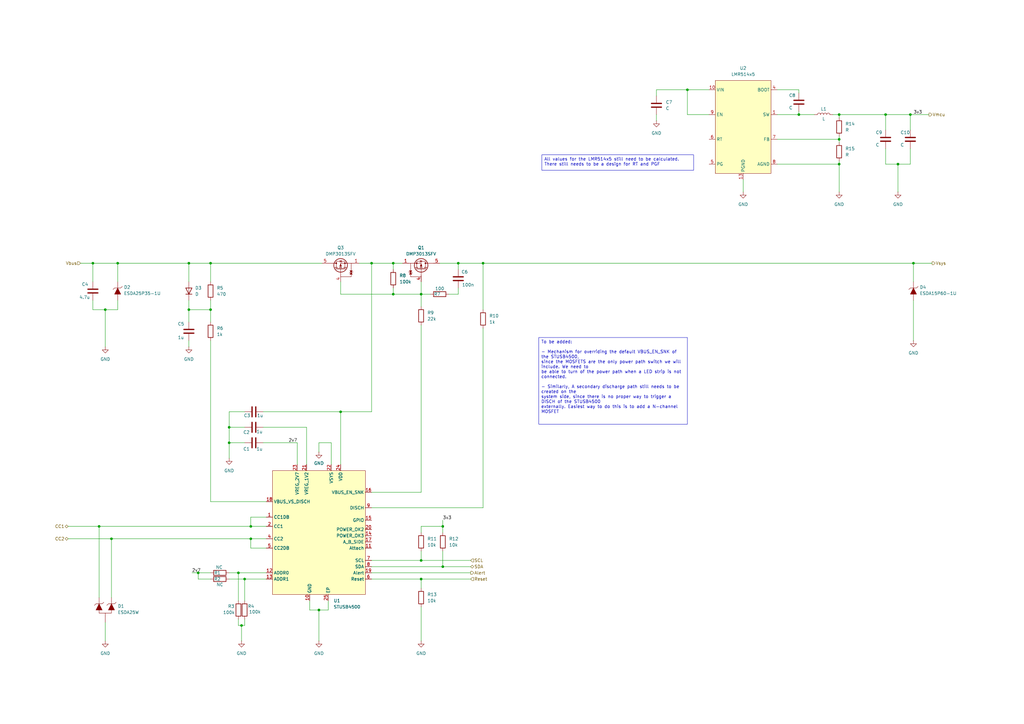
<source format=kicad_sch>
(kicad_sch (version 20231120) (generator "eeschema") (generator_version "8.0")
  (paper "A3")
  (lib_symbols
    (symbol "Device:C" (pin_numbers hide) (pin_names (offset 0.254))
      (property "Reference" "C" (at 0.635 2.54 0))
      (property "Value" "C" (at 0.635 -2.54 0))
      (symbol "C_0_1"
        (polyline (pts (xy -2.032 -0.762) (xy 2.032 -0.762)) (stroke (width 0.508)))
        (polyline (pts (xy -2.032 0.762) (xy 2.032 0.762)) (stroke (width 0.508)))
      )
      (symbol "C_1_1"
        (pin passive line (at 0 3.81 270) (length 2.794) (name "~") (number "1"))
        (pin passive line (at 0 -3.81 90) (length 2.794) (name "~") (number "2"))
      )
    )
    (symbol "Device:D" (pin_numbers hide) (pin_names (offset 1.016) hide)
      (property "Reference" "D" (at 0 2.54 0))
      (property "Value" "D" (at 0 -2.54 0))
      (symbol "D_0_1"
        (polyline (pts (xy -1.27 1.27) (xy -1.27 -1.27)) (stroke (width 0.254)))
        (polyline (pts (xy 1.27 0) (xy -1.27 0)))
        (polyline (pts (xy 1.27 1.27) (xy 1.27 -1.27) (xy -1.27 0) (xy 1.27 1.27)) (stroke (width 0.254)))
      )
      (symbol "D_1_1"
        (pin passive line (at -3.81 0 0) (length 2.54) (name "K") (number "1"))
        (pin passive line (at 3.81 0 180) (length 2.54) (name "A") (number "2"))
      )
    )
    (symbol "Device:L" (pin_numbers hide) (pin_names (offset 1.016) hide)
      (property "Reference" "L" (at -1.27 0 90))
      (property "Value" "L" (at 1.905 0 90))
      (symbol "L_0_1"
        (arc (start 0 -2.54) (mid 0.6323 -1.905) (end 0 -1.27))
        (arc (start 0 -1.27) (mid 0.6323 -0.635) (end 0 0))
        (arc (start 0 0) (mid 0.6323 0.635) (end 0 1.27))
        (arc (start 0 1.27) (mid 0.6323 1.905) (end 0 2.54))
      )
      (symbol "L_1_1"
        (pin passive line (at 0 3.81 270) (length 1.27) (name "1") (number "1"))
        (pin passive line (at 0 -3.81 90) (length 1.27) (name "2") (number "2"))
      )
    )
    (symbol "Device:R" (pin_numbers hide) (pin_names (offset 0))
      (property "Reference" "R" (at 2.032 0 90))
      (property "Value" "R" (at 0 0 90))
      (symbol "R_0_1"
        (rectangle (start -1.016 -2.54) (end 1.016 2.54) (stroke (width 0.254)))
      )
      (symbol "R_1_1"
        (pin passive line (at 0 3.81 270) (length 1.27) (name "~") (number "1"))
        (pin passive line (at 0 -3.81 90) (length 1.27) (name "~") (number "2"))
      )
    )
    (symbol "Pyllr_Converter_DCDC:LMR514x5"
      (property "Reference" "U" (at 0 2.54 0))
      (property "Value" "LMR514x5" (at 0.254 0.254 0))
      (symbol "LMR514x5_1_1"
        (rectangle (start -11.43 19.05) (end 11.43 -19.05) (fill (type background)))
        (pin power_out line (at 13.97 5.08 180) (length 2.54) (name "SW") (number "1"))
        (pin power_in line (at -13.97 15.24 0) (length 2.54) (name "VIN") (number "10"))
        (pin power_in line (at -13.97 15.24 0) (length 2.54) hide (name "VIN") (number "11"))
        (pin power_in line (at -13.97 15.24 0) (length 2.54) hide (name "VIN") (number "12"))
        (pin power_out line (at 0 -21.59 90) (length 2.54) (name "PGND") (number "13"))
        (pin power_out line (at 13.97 5.08 180) (length 2.54) hide (name "SW") (number "2"))
        (pin power_out line (at 13.97 5.08 180) (length 2.54) hide (name "SW") (number "3"))
        (pin passive line (at 13.97 15.24 180) (length 2.54) (name "BOOT") (number "4"))
        (pin open_collector line (at -13.97 -15.24 0) (length 2.54) (name "PG") (number "5"))
        (pin passive line (at -13.97 -5.08 0) (length 2.54) (name "RT") (number "6"))
        (pin passive line (at 13.97 -5.08 180) (length 2.54) (name "FB") (number "7"))
        (pin power_out line (at 13.97 -15.24 180) (length 2.54) (name "AGND") (number "8"))
        (pin input line (at -13.97 5.08 0) (length 2.54) (name "EN") (number "9"))
      )
    )
    (symbol "Pyllr_Interface_USB:STUSB4500QTR"
      (property "Reference" "U" (at 0.127 1.905 0))
      (property "Value" "STUSB4500" (at -0.127 -0.381 0))
      (symbol "STUSB4500QTR_1_1"
        (rectangle (start -19.05 25.4) (end 19.05 -25.4) (fill (type background)))
        (pin bidirectional line (at -21.59 6.35 0) (length 2.54) (name "CC1DB") (number "1"))
        (pin power_out line (at -3.81 -27.94 90) (length 2.54) (name "GND") (number "10"))
        (pin output line (at 21.59 -6.35 180) (length 2.54) (name "Attach") (number "11"))
        (pin input line (at -21.59 -16.51 0) (length 2.54) (name "ADDR0") (number "12"))
        (pin input line (at -21.59 -19.05 0) (length 2.54) (name "ADDR1") (number "13"))
        (pin output line (at 21.59 -1.27 180) (length 2.54) (name "POWER_OK3") (number "14"))
        (pin output line (at 21.59 5.08 180) (length 2.54) (name "GPIO") (number "15"))
        (pin open_collector line (at 21.59 16.51 180) (length 2.54) (name "VBUS_EN_SNK") (number "16"))
        (pin output line (at 21.59 -3.81 180) (length 2.54) (name "A_B_SIDE") (number "17"))
        (pin open_collector line (at -21.59 12.7 0) (length 2.54) (name "VBUS_VS_DISCH") (number "18"))
        (pin output line (at 21.59 -16.51 180) (length 2.54) (name "Alert") (number "19"))
        (pin bidirectional line (at -21.59 2.54 0) (length 2.54) (name "CC1") (number "2"))
        (pin output line (at 21.59 1.27 180) (length 2.54) (name "POWER_OK2") (number "20"))
        (pin power_out line (at -5.08 27.94 270) (length 2.54) (name "VREG_1V2") (number "21"))
        (pin power_in line (at 5.08 27.94 270) (length 2.54) (name "VSYS") (number "22"))
        (pin power_out line (at -8.89 27.94 270) (length 2.54) (name "VREG_2V7") (number "23"))
        (pin power_in line (at 8.89 27.94 270) (length 2.54) (name "VDD") (number "24"))
        (pin power_out line (at 3.81 -27.94 90) (length 2.54) (name "EP") (number "25"))
        (pin no_connect line (at 0 -27.94 90) (length 2.54) hide (name "NC") (number "3"))
        (pin bidirectional line (at -21.59 -2.54 0) (length 2.54) (name "CC2") (number "4"))
        (pin bidirectional line (at -21.59 -6.35 0) (length 2.54) (name "CC2DB") (number "5"))
        (pin input line (at 21.59 -19.05 180) (length 2.54) (name "Reset") (number "6"))
        (pin input line (at 21.59 -11.43 180) (length 2.54) (name "SCL") (number "7"))
        (pin bidirectional line (at 21.59 -13.97 180) (length 2.54) (name "SDA") (number "8"))
        (pin open_collector line (at 21.59 10.16 180) (length 2.54) (name "DISCH") (number "9"))
      )
    )
    (symbol "Pyllr_Power_Protection:ESDA25W" (pin_numbers hide) (pin_names hide)
      (property "Reference" "D" (at 5.842 -0.127 0))
      (property "Value" "ESDA25W" (at 9.652 -2.286 0))
      (symbol "ESDA25W_0_1"
        (polyline (pts (xy 0 -2.54) (xy 0 -3.81)))
        (polyline (pts (xy 2.54 -1.27) (xy 2.54 -2.54) (xy -2.54 -2.54) (xy -2.54 -1.27)))
      )
      (symbol "ESDA25W_1_1"
        (polyline (pts (xy -2.54 1.27) (xy -3.81 1.27) (xy -4.445 0.635)))
        (polyline (pts (xy -2.54 1.27) (xy -1.27 1.27) (xy -0.635 1.905)))
        (polyline (pts (xy 2.54 1.27) (xy 1.27 1.27) (xy 0.635 0.635)))
        (polyline (pts (xy 2.54 1.27) (xy 3.81 1.27) (xy 4.445 1.905)))
        (polyline (pts (xy -3.81 -1.27) (xy -1.27 -1.27) (xy -2.54 1.27) (xy -3.81 -1.27)) (fill (type outline)))
        (polyline (pts (xy 1.27 -1.27) (xy 3.81 -1.27) (xy 2.54 1.27) (xy 1.27 -1.27)) (fill (type outline)))
        (pin passive line (at 2.54 3.81 270) (length 2.54) (name "~") (number "1"))
        (pin passive line (at -2.54 3.81 270) (length 2.54) (name "~") (number "2"))
        (pin passive line (at 0 -6.35 90) (length 2.54) (name "~") (number "3"))
      )
    )
    (symbol "Pyllr_Power_Protection:ESDAxxPxx-1U" (pin_numbers hide) (pin_names hide)
      (property "Reference" "D" (at 3.683 1.27 0))
      (property "Value" "ESDAxxPxx-1U" (at 10.16 -1.143 0))
      (symbol "ESDAxxPxx-1U_1_1"
        (polyline (pts (xy 0 1.27) (xy -1.27 1.27) (xy -1.905 0.635)))
        (polyline (pts (xy 0 1.27) (xy 1.27 1.27) (xy 1.905 1.905)))
        (polyline (pts (xy -1.27 -1.27) (xy 1.27 -1.27) (xy 0 1.27) (xy -1.27 -1.27)) (fill (type outline)))
        (pin passive line (at 0 3.81 270) (length 2.54) (name "~") (number "1"))
        (pin passive line (at 0 -3.81 90) (length 2.54) (name "~") (number "2"))
      )
    )
    (symbol "Pyllr_Transistor_FET:DMP3013SFV"
      (property "Reference" "Q" (at 3.302 0.508 0))
      (property "Value" "DMP3013SFV" (at 8.89 -1.778 0))
      (symbol "DMP3013SFV_0_1"
        (circle (center -0.889 0) (radius 2.794) (stroke (width 0.254)))
        (circle (center 0 -1.778) (radius 0.254) (fill (type outline)))
        (polyline (pts (xy -2.286 0) (xy -5.08 0)))
        (polyline (pts (xy -2.286 1.905) (xy -2.286 -1.905)) (stroke (width 0.254)))
        (polyline (pts (xy -1.778 -1.27) (xy -1.778 -2.286)) (stroke (width 0.254)))
        (polyline (pts (xy -1.778 0.508) (xy -1.778 -0.508)) (stroke (width 0.254)))
        (polyline (pts (xy -1.778 2.286) (xy -1.778 1.27)) (stroke (width 0.254)))
        (polyline (pts (xy 0 -1.905) (xy 0 -5.08)))
        (polyline (pts (xy 0 2.54) (xy 0 1.778)))
        (polyline (pts (xy 0 5.08) (xy 0 1.905)))
        (polyline (pts (xy 0 -2.54) (xy 0 0) (xy -1.778 0)))
        (polyline (pts (xy -1.778 1.778) (xy 0.762 1.778) (xy 0.762 -1.778) (xy -1.778 -1.778)))
        (polyline (pts (xy -0.254 0) (xy -1.27 0.381) (xy -1.27 -0.381) (xy -0.254 0)) (fill (type outline)))
        (polyline (pts (xy 0.254 -0.508) (xy 0.381 -0.381) (xy 1.143 -0.381) (xy 1.27 -0.254)))
        (polyline (pts (xy 0.762 -0.381) (xy 0.381 0.254) (xy 1.143 0.254) (xy 0.762 -0.381)))
        (circle (center 0 1.778) (radius 0.254) (fill (type outline)))
      )
      (symbol "DMP3013SFV_1_1"
        (polyline (pts (xy -3.048 -4.318) (xy 0 -4.318)))
        (polyline (pts (xy -4.572 -4.318) (xy -5.588 -4.318) (xy -5.588 0)))
        (polyline (pts (xy -3.81 -4.318) (xy -3.81 -4.826) (xy -3.556 -5.08)))
        (polyline (pts (xy -3.81 -4.318) (xy -3.81 -3.81) (xy -4.064 -3.556)))
        (polyline (pts (xy -3.81 -4.318) (xy -4.572 -3.81) (xy -4.572 -4.826) (xy -3.81 -4.318)) (fill (type outline)))
        (polyline (pts (xy -3.81 -4.318) (xy -3.048 -4.826) (xy -3.048 -3.81) (xy -3.81 -4.318)) (fill (type outline)))
        (pin passive line (at 0 -7.62 90) (length 2.54) (name "~") (number "1"))
        (pin passive line (at 0 -7.62 90) (length 2.54) hide (name "~") (number "2"))
        (pin passive line (at 0 -7.62 90) (length 2.54) hide (name "~") (number "3"))
        (pin input line (at -7.62 0 0) (length 2.54) (name "~") (number "4"))
        (pin passive line (at 0 7.62 270) (length 2.54) (name "~") (number "5"))
      )
    )
    (symbol "power:GND" (power) (pin_numbers hide) (pin_names (offset 0) hide)
      (property "Value" "GND" (at 0 -3.81 0))
      (symbol "GND_0_1"
        (polyline (pts (xy 0 0) (xy 0 -1.27) (xy 1.27 -1.27) (xy 0 -2.54) (xy -1.27 -1.27) (xy 0 -1.27)))
      )
      (symbol "GND_1_1"
        (pin power_in line (at 0 0 270) (length 0) (name "~") (number "1"))
      )
    )
  )
  (junction (at 86.36 127))
  (junction (at 281.94 36.83))
  (junction (at 48.26 107.95))
  (junction (at 93.98 181.61))
  (junction (at 187.96 107.95))
  (junction (at 181.61 232.41))
  (junction (at 161.29 107.95))
  (junction (at 327.66 46.99))
  (junction (at 40.64 215.9))
  (junction (at 373.38 46.99))
  (junction (at 152.4 107.95))
  (junction (at 38.1 107.95))
  (junction (at 100.33 237.49))
  (junction (at 172.72 237.49))
  (junction (at 93.98 175.26))
  (junction (at 139.7 168.91))
  (junction (at 198.12 107.95))
  (junction (at 81.28 234.95))
  (junction (at 77.47 127))
  (junction (at 130.81 250.19))
  (junction (at 344.17 67.31))
  (junction (at 181.61 215.9))
  (junction (at 172.72 229.87))
  (junction (at 86.36 107.95))
  (junction (at 363.22 46.99))
  (junction (at 344.17 46.99))
  (junction (at 45.72 220.98))
  (junction (at 77.47 107.95))
  (junction (at 344.17 57.15))
  (junction (at 172.72 120.65))
  (junction (at 102.87 220.98))
  (junction (at 43.18 127))
  (junction (at 161.29 120.65))
  (junction (at 99.06 256.54))
  (junction (at 374.65 107.95))
  (junction (at 368.3 67.31))
  (junction (at 102.87 215.9))
  (junction (at 97.79 234.95))
  (wire (pts (xy 152.4 237.49) (xy 172.72 237.49)))
  (wire (pts (xy 374.65 123.19) (xy 374.65 139.7)))
  (wire (pts (xy 77.47 107.95) (xy 77.47 115.57)))
  (wire (pts (xy 93.98 168.91) (xy 93.98 175.26)))
  (wire (pts (xy 172.72 120.65) (xy 172.72 125.73)))
  (wire (pts (xy 40.64 215.9) (xy 40.64 245.11)))
  (wire (pts (xy 48.26 107.95) (xy 77.47 107.95)))
  (wire (pts (xy 77.47 127) (xy 86.36 127)))
  (wire (pts (xy 269.24 36.83) (xy 281.94 36.83)))
  (wire (pts (xy 363.22 67.31) (xy 368.3 67.31)))
  (wire (pts (xy 363.22 60.96) (xy 363.22 67.31)))
  (wire (pts (xy 373.38 60.96) (xy 373.38 67.31)))
  (wire (pts (xy 363.22 46.99) (xy 363.22 53.34)))
  (wire (pts (xy 135.89 181.61) (xy 130.81 181.61)))
  (wire (pts (xy 198.12 107.95) (xy 374.65 107.95)))
  (wire (pts (xy 86.36 139.7) (xy 86.36 205.74)))
  (wire (pts (xy 152.4 201.93) (xy 172.72 201.93)))
  (wire (pts (xy 318.77 36.83) (xy 327.66 36.83)))
  (wire (pts (xy 48.26 107.95) (xy 48.26 115.57)))
  (wire (pts (xy 130.81 250.19) (xy 134.62 250.19)))
  (wire (pts (xy 172.72 237.49) (xy 193.04 237.49)))
  (wire (pts (xy 344.17 67.31) (xy 344.17 78.74)))
  (wire (pts (xy 130.81 262.89) (xy 130.81 250.19)))
  (wire (pts (xy 152.4 232.41) (xy 181.61 232.41)))
  (wire (pts (xy 344.17 46.99) (xy 363.22 46.99)))
  (wire (pts (xy 198.12 208.28) (xy 198.12 134.62)))
  (wire (pts (xy 109.22 220.98) (xy 102.87 220.98)))
  (wire (pts (xy 27.94 215.9) (xy 40.64 215.9)))
  (wire (pts (xy 135.89 190.5) (xy 135.89 181.61)))
  (wire (pts (xy 102.87 215.9) (xy 102.87 212.09)))
  (wire (pts (xy 180.34 107.95) (xy 187.96 107.95)))
  (wire (pts (xy 304.8 73.66) (xy 304.8 78.74)))
  (wire (pts (xy 125.73 175.26) (xy 125.73 190.5)))
  (wire (pts (xy 130.81 250.19) (xy 127 250.19)))
  (wire (pts (xy 152.4 107.95) (xy 161.29 107.95)))
  (wire (pts (xy 344.17 46.99) (xy 344.17 48.26)))
  (wire (pts (xy 99.06 256.54) (xy 100.33 256.54)))
  (wire (pts (xy 290.83 46.99) (xy 281.94 46.99)))
  (wire (pts (xy 38.1 127) (xy 43.18 127)))
  (wire (pts (xy 38.1 107.95) (xy 48.26 107.95)))
  (wire (pts (xy 77.47 107.95) (xy 86.36 107.95)))
  (wire (pts (xy 344.17 55.88) (xy 344.17 57.15)))
  (wire (pts (xy 127 250.19) (xy 127 246.38)))
  (wire (pts (xy 187.96 118.11) (xy 187.96 120.65)))
  (wire (pts (xy 38.1 107.95) (xy 38.1 115.57)))
  (wire (pts (xy 93.98 175.26) (xy 93.98 181.61)))
  (wire (pts (xy 130.81 181.61) (xy 130.81 185.42)))
  (wire (pts (xy 318.77 67.31) (xy 344.17 67.31)))
  (wire (pts (xy 81.28 237.49) (xy 86.36 237.49)))
  (wire (pts (xy 134.62 250.19) (xy 134.62 246.38)))
  (wire (pts (xy 100.33 256.54) (xy 100.33 254)))
  (wire (pts (xy 181.61 232.41) (xy 181.61 226.06)))
  (wire (pts (xy 139.7 120.65) (xy 161.29 120.65)))
  (wire (pts (xy 161.29 107.95) (xy 161.29 110.49)))
  (wire (pts (xy 368.3 67.31) (xy 368.3 78.74)))
  (wire (pts (xy 172.72 215.9) (xy 172.72 218.44)))
  (wire (pts (xy 318.77 57.15) (xy 344.17 57.15)))
  (wire (pts (xy 181.61 215.9) (xy 181.61 218.44)))
  (wire (pts (xy 344.17 67.31) (xy 344.17 66.04)))
  (wire (pts (xy 269.24 46.99) (xy 269.24 49.53)))
  (wire (pts (xy 77.47 123.19) (xy 77.47 127)))
  (wire (pts (xy 81.28 234.95) (xy 86.36 234.95)))
  (wire (pts (xy 341.63 46.99) (xy 344.17 46.99)))
  (wire (pts (xy 107.95 168.91) (xy 139.7 168.91)))
  (wire (pts (xy 198.12 107.95) (xy 198.12 127)))
  (wire (pts (xy 152.4 168.91) (xy 152.4 107.95)))
  (wire (pts (xy 147.32 107.95) (xy 152.4 107.95)))
  (wire (pts (xy 93.98 237.49) (xy 100.33 237.49)))
  (wire (pts (xy 86.36 127) (xy 86.36 132.08)))
  (wire (pts (xy 363.22 46.99) (xy 373.38 46.99)))
  (wire (pts (xy 102.87 220.98) (xy 102.87 224.79)))
  (wire (pts (xy 172.72 120.65) (xy 172.72 115.57)))
  (wire (pts (xy 86.36 205.74) (xy 109.22 205.74)))
  (wire (pts (xy 187.96 120.65) (xy 184.15 120.65)))
  (wire (pts (xy 97.79 256.54) (xy 99.06 256.54)))
  (wire (pts (xy 97.79 254) (xy 97.79 256.54)))
  (wire (pts (xy 107.95 181.61) (xy 121.92 181.61)))
  (wire (pts (xy 109.22 215.9) (xy 102.87 215.9)))
  (wire (pts (xy 86.36 107.95) (xy 132.08 107.95)))
  (wire (pts (xy 281.94 36.83) (xy 281.94 46.99)))
  (wire (pts (xy 45.72 220.98) (xy 45.72 245.11)))
  (wire (pts (xy 97.79 234.95) (xy 97.79 246.38)))
  (wire (pts (xy 78.74 234.95) (xy 81.28 234.95)))
  (wire (pts (xy 172.72 229.87) (xy 193.04 229.87)))
  (wire (pts (xy 374.65 107.95) (xy 374.65 115.57)))
  (wire (pts (xy 161.29 118.11) (xy 161.29 120.65)))
  (wire (pts (xy 33.02 107.95) (xy 38.1 107.95)))
  (wire (pts (xy 269.24 36.83) (xy 269.24 39.37)))
  (wire (pts (xy 77.47 127) (xy 77.47 132.08)))
  (wire (pts (xy 368.3 67.31) (xy 373.38 67.31)))
  (wire (pts (xy 181.61 232.41) (xy 193.04 232.41)))
  (wire (pts (xy 373.38 46.99) (xy 373.38 53.34)))
  (wire (pts (xy 100.33 237.49) (xy 100.33 246.38)))
  (wire (pts (xy 27.94 220.98) (xy 45.72 220.98)))
  (wire (pts (xy 102.87 212.09) (xy 109.22 212.09)))
  (wire (pts (xy 373.38 46.99) (xy 381 46.99)))
  (wire (pts (xy 97.79 234.95) (xy 109.22 234.95)))
  (wire (pts (xy 139.7 168.91) (xy 152.4 168.91)))
  (wire (pts (xy 77.47 139.7) (xy 77.47 142.24)))
  (wire (pts (xy 102.87 224.79) (xy 109.22 224.79)))
  (wire (pts (xy 374.65 107.95) (xy 382.27 107.95)))
  (wire (pts (xy 327.66 36.83) (xy 327.66 38.1)))
  (wire (pts (xy 181.61 215.9) (xy 172.72 215.9)))
  (wire (pts (xy 81.28 234.95) (xy 81.28 237.49)))
  (wire (pts (xy 152.4 208.28) (xy 198.12 208.28)))
  (wire (pts (xy 181.61 213.36) (xy 181.61 215.9)))
  (wire (pts (xy 318.77 46.99) (xy 327.66 46.99)))
  (wire (pts (xy 45.72 220.98) (xy 102.87 220.98)))
  (wire (pts (xy 139.7 168.91) (xy 139.7 190.5)))
  (wire (pts (xy 172.72 229.87) (xy 172.72 226.06)))
  (wire (pts (xy 38.1 123.19) (xy 38.1 127)))
  (wire (pts (xy 344.17 57.15) (xy 344.17 58.42)))
  (wire (pts (xy 139.7 120.65) (xy 139.7 115.57)))
  (wire (pts (xy 99.06 256.54) (xy 99.06 262.89)))
  (wire (pts (xy 100.33 181.61) (xy 93.98 181.61)))
  (wire (pts (xy 152.4 234.95) (xy 193.04 234.95)))
  (wire (pts (xy 172.72 237.49) (xy 172.72 241.3)))
  (wire (pts (xy 187.96 107.95) (xy 187.96 110.49)))
  (wire (pts (xy 86.36 123.19) (xy 86.36 127)))
  (wire (pts (xy 43.18 127) (xy 43.18 142.24)))
  (wire (pts (xy 161.29 120.65) (xy 172.72 120.65)))
  (wire (pts (xy 40.64 215.9) (xy 102.87 215.9)))
  (wire (pts (xy 100.33 168.91) (xy 93.98 168.91)))
  (wire (pts (xy 43.18 255.27) (xy 43.18 262.89)))
  (wire (pts (xy 93.98 181.61) (xy 93.98 187.96)))
  (wire (pts (xy 327.66 45.72) (xy 327.66 46.99)))
  (wire (pts (xy 93.98 234.95) (xy 97.79 234.95)))
  (wire (pts (xy 172.72 248.92) (xy 172.72 262.89)))
  (wire (pts (xy 48.26 123.19) (xy 48.26 127)))
  (wire (pts (xy 86.36 107.95) (xy 86.36 115.57)))
  (wire (pts (xy 152.4 229.87) (xy 172.72 229.87)))
  (wire (pts (xy 100.33 237.49) (xy 109.22 237.49)))
  (wire (pts (xy 161.29 107.95) (xy 165.1 107.95)))
  (wire (pts (xy 172.72 133.35) (xy 172.72 201.93)))
  (wire (pts (xy 187.96 107.95) (xy 198.12 107.95)))
  (wire (pts (xy 43.18 127) (xy 48.26 127)))
  (wire (pts (xy 281.94 36.83) (xy 290.83 36.83)))
  (wire (pts (xy 172.72 120.65) (xy 176.53 120.65)))
  (wire (pts (xy 327.66 46.99) (xy 334.01 46.99)))
  (wire (pts (xy 121.92 181.61) (xy 121.92 190.5)))
  (wire (pts (xy 107.95 175.26) (xy 125.73 175.26)))
  (wire (pts (xy 100.33 175.26) (xy 93.98 175.26)))
  (text_box "All values for the LMR514x5 still need to be calculated.\nThere still needs to be a design for RT and PGF" (at 222.25 63.5 0) (size 62.23 6.35) (effects (font (size 1.27 1.27)) (justify left top)))
  (text_box "To be added:\n\n- Mechanism for overriding the default VBUS_EN_SNK of the STUSB4500,\nsince the MOSFETS are the only power path switch we will include. We need to\nbe able to turn of the power path when a LED strip is not connected.\n\n- Similarly, A secondary discharge path still needs to be created on the\nsystem side, since there is no proper way to trigger a DISCH of the STUSB4500\nexternally. Easiest way to do this is to add a N-channel MOSFET" (at 220.98 138.43 0) (size 60.96 35.56) (effects (font (size 1.27 1.27)) (justify left top)))
  (label "2v7" (at 78.74 234.95 0))
  (label "3v3" (at 374.65 46.99 0))
  (label "2v7" (at 121.92 181.61 180))
  (label "3v3" (at 181.61 213.36 0))
  (hierarchical_label "SCL" (shape input) (at 193.04 229.87 0))
  (hierarchical_label "CC2" (shape bidirectional) (at 27.94 220.98 180))
  (hierarchical_label "CC1" (shape bidirectional) (at 27.94 215.9 180))
  (hierarchical_label "Vsys" (shape output) (at 382.27 107.95 0))
  (hierarchical_label "Vmcu" (shape output) (at 381 46.99 0))
  (hierarchical_label "Alert" (shape output) (at 193.04 234.95 0))
  (hierarchical_label "SDA" (shape bidirectional) (at 193.04 232.41 0))
  (hierarchical_label "Vbus" (shape input) (at 33.02 107.95 180))
  (hierarchical_label "Reset" (shape input) (at 193.04 237.49 0))
  (symbol (lib_id "Device:R") (at 344.17 52.07 0) (unit 1)
    (property "Reference" "R14" (at 346.71 50.7999 0) (effects (justify left)))
    (property "Value" "R" (at 346.71 53.3399 0) (effects (justify left)))
    (property "Description" "Resistor" (effects (hide yes)))
  )
  (symbol (lib_id "power:GND") (at 43.18 142.24 0) (unit 1)
    (property "Reference" "#PWR08" (effects (hide yes)))
    (property "Value" "GND" (at 43.18 147.32 0))
    (property "Description" "Power symbol creates a global label with name \"GND\" , ground" (effects (hide yes)))
  )
  (symbol (lib_id "Device:C") (at 77.47 135.89 0) (unit 1)
    (property "Reference" "C5" (at 72.898 132.8419 0) (effects (justify left)))
    (property "Value" "1u" (at 72.898 138.4299 0) (effects (justify left)))
    (property "Description" "Unpolarized capacitor" (effects (hide yes)))
  )
  (symbol (lib_id "Pyllr_Power_Protection:ESDAxxPxx-1U") (at 374.65 119.38 0) (unit 1)
    (property "Reference" "D4" (at 377.19 117.7924 0) (effects (justify left)))
    (property "Value" "ESDA15P60-1U" (at 377.19 120.3324 0) (effects (justify left)))
    (property "Footprint" "Pyllr_Package_DFN_QFN:QFN-2L" (effects (hide yes)))
    (property "Datasheet" "https://www.st.com/resource/en/datasheet/esda7p60-1u1m.pdf" (effects (hide yes)))
  )
  (symbol (lib_id "Device:C") (at 363.22 57.15 0) (unit 1)
    (property "Reference" "C9" (at 359.156 54.3559 0) (effects (justify left)))
    (property "Value" "C" (at 359.156 59.4359 0) (effects (justify left)))
    (property "Description" "Unpolarized capacitor" (effects (hide yes)))
  )
  (symbol (lib_id "Device:C") (at 327.66 41.91 0) (unit 1)
    (property "Reference" "C8" (at 323.596 39.1159 0) (effects (justify left)))
    (property "Value" "C" (at 323.596 44.1959 0) (effects (justify left)))
    (property "Description" "Unpolarized capacitor" (effects (hide yes)))
  )
  (symbol (lib_id "power:GND") (at 344.17 78.74 0) (unit 1)
    (property "Reference" "#PWR014" (effects (hide yes)))
    (property "Value" "GND" (at 344.17 83.82 0))
    (property "Description" "Power symbol creates a global label with name \"GND\" , ground" (effects (hide yes)))
  )
  (symbol (lib_id "Device:C") (at 373.38 57.15 0) (unit 1)
    (property "Reference" "C10" (at 369.316 54.3559 0) (effects (justify left)))
    (property "Value" "C" (at 369.316 59.4359 0) (effects (justify left)))
    (property "Description" "Unpolarized capacitor" (effects (hide yes)))
  )
  (symbol (lib_id "Device:R") (at 86.36 119.38 0) (unit 1)
    (property "Reference" "R5" (at 88.9 118.1099 0) (effects (justify left)))
    (property "Value" "470" (at 88.9 120.6499 0) (effects (justify left)))
    (property "Description" "Resistor" (effects (hide yes)))
  )
  (symbol (lib_id "Device:C") (at 187.96 114.3 180) (unit 1)
    (property "Reference" "C6" (at 189.23 111.5059 0) (effects (justify right)))
    (property "Value" "100n" (at 189.484 116.8399 0) (effects (justify right)))
    (property "Description" "Unpolarized capacitor" (effects (hide yes)))
  )
  (symbol (lib_id "Pyllr_Interface_USB:STUSB4500QTR") (at 130.81 218.44 0) (unit 1)
    (property "Reference" "U1" (at 136.8141 246.38 0) (effects (justify left)))
    (property "Value" "STUSB4500" (at 136.8141 248.92 0) (effects (justify left)))
    (property "Footprint" "Pyllr_Package_DFN_QFN:QFN-24_1EP_3.95x3.95mm_P0.5mm_2.55x2.55mm" (effects (hide yes)))
    (property "Datasheet" "https://www.st.com/resource/en/datasheet/stusb4500.pdf" (effects (hide yes)))
  )
  (symbol (lib_id "Pyllr_Transistor_FET:DMP3013SFV") (at 139.7 107.95 90) (unit 1)
    (property "Reference" "Q3" (at 139.7 101.6 90))
    (property "Value" "DMP3013SFV" (at 139.7 104.14 90))
    (property "Footprint" "Pyllr_Package_SON:PowerDI3333-8-UX" (effects (hide yes)))
    (property "Datasheet" "https://nl.mouser.com/datasheet/2/115/DIOD_S_A0008513542_1-2543083.pdf" (effects (hide yes)))
  )
  (symbol (lib_id "Device:C") (at 104.14 168.91 270) (unit 1)
    (property "Reference" "C3" (at 101.346 170.434 90))
    (property "Value" "1u" (at 106.68 170.434 90))
    (property "Description" "Unpolarized capacitor" (effects (hide yes)))
  )
  (symbol (lib_id "Device:D") (at 77.47 119.38 90) (unit 1)
    (property "Reference" "D3" (at 80.01 118.1099 90) (effects (justify right)))
    (property "Value" "D" (at 80.01 120.6499 90) (effects (justify right)))
    (property "Description" "Diode" (effects (hide yes)))
    (property "Sim.Device" "D" (effects (hide yes)))
    (property "Sim.Pins" "1=K 2=A" (effects (hide yes)))
  )
  (symbol (lib_id "Pyllr_Converter_DCDC:LMR514x5") (at 304.8 52.07 0) (unit 1)
    (property "Reference" "U2" (at 304.8 27.94 0))
    (property "Value" "LMR514x5" (at 304.8 30.48 0))
    (property "Datasheet" "https://www.ti.com/lit/ds/symlink/lmr51435-q1.pdf?ts=1732636581600&ref_url=https%253A%252F%252Fwww.ti.com%252Fpower-management%252Facdc-dcdc-converters%252Fproducts.html" (effects (hide yes)))
  )
  (symbol (lib_id "Device:R") (at 172.72 222.25 0) (unit 1)
    (property "Reference" "R11" (at 175.26 220.9799 0) (effects (justify left)))
    (property "Value" "10k" (at 175.26 223.5199 0) (effects (justify left)))
    (property "Description" "Resistor" (effects (hide yes)))
  )
  (symbol (lib_id "Device:R") (at 181.61 222.25 0) (unit 1)
    (property "Reference" "R12" (at 184.15 220.9799 0) (effects (justify left)))
    (property "Value" "10k" (at 184.15 223.5199 0) (effects (justify left)))
    (property "Description" "Resistor" (effects (hide yes)))
  )
  (symbol (lib_id "Device:C") (at 104.14 175.26 270) (unit 1)
    (property "Reference" "C2" (at 101.092 177.292 90))
    (property "Value" "1u" (at 106.426 177.038 90))
    (property "Description" "Unpolarized capacitor" (effects (hide yes)))
  )
  (symbol (lib_id "power:GND") (at 93.98 187.96 0) (unit 1)
    (property "Reference" "#PWR05" (effects (hide yes)))
    (property "Value" "GND" (at 93.98 193.04 0))
    (property "Description" "Power symbol creates a global label with name \"GND\" , ground" (effects (hide yes)))
  )
  (symbol (lib_id "Device:R") (at 90.17 237.49 90) (unit 1)
    (property "Reference" "R2" (at 89.154 237.49 90))
    (property "Value" "NC" (at 90.17 239.776 90))
    (property "Description" "Resistor" (effects (hide yes)))
  )
  (symbol (lib_id "Device:R") (at 97.79 250.19 180) (unit 1)
    (property "Reference" "R3" (at 93.472 248.6659 0) (effects (justify right)))
    (property "Value" "100k" (at 91.44 251.2059 0) (effects (justify right)))
    (property "Description" "Resistor" (effects (hide yes)))
  )
  (symbol (lib_id "power:GND") (at 172.72 262.89 0) (unit 1)
    (property "Reference" "#PWR011" (effects (hide yes)))
    (property "Value" "GND" (at 172.72 267.97 0))
    (property "Description" "Power symbol creates a global label with name \"GND\" , ground" (effects (hide yes)))
  )
  (symbol (lib_id "power:GND") (at 77.47 142.24 0) (unit 1)
    (property "Reference" "#PWR09" (effects (hide yes)))
    (property "Value" "GND" (at 77.47 147.32 0))
    (property "Description" "Power symbol creates a global label with name \"GND\" , ground" (effects (hide yes)))
  )
  (symbol (lib_id "power:GND") (at 43.18 262.89 0) (unit 1)
    (property "Reference" "#PWR02" (effects (hide yes)))
    (property "Value" "GND" (at 43.18 267.97 0))
    (property "Description" "Power symbol creates a global label with name \"GND\" , ground" (effects (hide yes)))
  )
  (symbol (lib_id "Device:R") (at 344.17 62.23 0) (unit 1)
    (property "Reference" "R15" (at 346.71 60.9599 0) (effects (justify left)))
    (property "Value" "R" (at 346.71 63.4999 0) (effects (justify left)))
    (property "Description" "Resistor" (effects (hide yes)))
  )
  (symbol (lib_id "Device:R") (at 172.72 129.54 180) (unit 1)
    (property "Reference" "R9" (at 175.26 128.2699 0) (effects (justify right)))
    (property "Value" "22k" (at 175.26 130.8099 0) (effects (justify right)))
    (property "Description" "Resistor" (effects (hide yes)))
  )
  (symbol (lib_id "Pyllr_Transistor_FET:DMP3013SFV") (at 172.72 107.95 270) (mirror x) (unit 1)
    (property "Reference" "Q1" (at 172.72 101.6 90))
    (property "Value" "DMP3013SFV" (at 172.72 104.14 90))
    (property "Footprint" "Pyllr_Package_SON:PowerDI3333-8-UX" (effects (hide yes)))
    (property "Datasheet" "https://nl.mouser.com/datasheet/2/115/DIOD_S_A0008513542_1-2543083.pdf" (effects (hide yes)))
  )
  (symbol (lib_id "Device:C") (at 269.24 43.18 0) (unit 1)
    (property "Reference" "C7" (at 273.05 41.9099 0) (effects (justify left)))
    (property "Value" "C" (at 273.05 44.4499 0) (effects (justify left)))
    (property "Description" "Unpolarized capacitor" (effects (hide yes)))
  )
  (symbol (lib_id "power:GND") (at 99.06 262.89 0) (unit 1)
    (property "Reference" "#PWR03" (effects (hide yes)))
    (property "Value" "GND" (at 99.06 267.97 0))
    (property "Description" "Power symbol creates a global label with name \"GND\" , ground" (effects (hide yes)))
  )
  (symbol (lib_id "Device:C") (at 104.14 181.61 270) (unit 1)
    (property "Reference" "C1" (at 101.092 184.15 90))
    (property "Value" "1u" (at 106.426 184.15 90))
    (property "Description" "Unpolarized capacitor" (effects (hide yes)))
  )
  (symbol (lib_id "Pyllr_Power_Protection:ESDAxxPxx-1U") (at 48.26 119.38 0) (unit 1)
    (property "Reference" "D2" (at 50.8 117.7924 0) (effects (justify left)))
    (property "Value" "ESDA25P35-1U" (at 50.8 120.3324 0) (effects (justify left)))
    (property "Footprint" "Pyllr_Package_DFN_QFN:QFN-2L" (effects (hide yes)))
    (property "Datasheet" "https://www.st.com/resource/en/datasheet/esda7p60-1u1m.pdf" (effects (hide yes)))
  )
  (symbol (lib_id "power:GND") (at 130.81 262.89 0) (unit 1)
    (property "Reference" "#PWR04" (effects (hide yes)))
    (property "Value" "GND" (at 130.81 267.97 0))
    (property "Description" "Power symbol creates a global label with name \"GND\" , ground" (effects (hide yes)))
  )
  (symbol (lib_id "power:GND") (at 374.65 139.7 0) (unit 1)
    (property "Reference" "#PWR010" (effects (hide yes)))
    (property "Value" "GND" (at 374.65 144.78 0))
    (property "Description" "Power symbol creates a global label with name \"GND\" , ground" (effects (hide yes)))
  )
  (symbol (lib_id "Pyllr_Power_Protection:ESDA25W") (at 43.18 248.92 0) (unit 1)
    (property "Reference" "D1" (at 48.26 248.6024 0) (effects (justify left)))
    (property "Value" "ESDA25W" (at 48.26 251.1424 0) (effects (justify left)))
    (property "Footprint" "Pyllr_Package_TO_SOT_SMD:SOT323-3L" (effects (hide yes)))
    (property "Datasheet" "https://www.st.com/resource/en/datasheet/esdaxxxwx.pdf" (effects (hide yes)))
  )
  (symbol (lib_id "power:GND") (at 368.3 78.74 0) (unit 1)
    (property "Reference" "#PWR013" (effects (hide yes)))
    (property "Value" "GND" (at 368.3 83.82 0))
    (property "Description" "Power symbol creates a global label with name \"GND\" , ground" (effects (hide yes)))
  )
  (symbol (lib_id "power:GND") (at 130.81 185.42 0) (unit 1)
    (property "Reference" "#PWR07" (effects (hide yes)))
    (property "Value" "GND" (at 130.81 189.992 0))
    (property "Description" "Power symbol creates a global label with name \"GND\" , ground" (effects (hide yes)))
  )
  (symbol (lib_id "Device:R") (at 86.36 135.89 0) (unit 1)
    (property "Reference" "R6" (at 88.9 134.6199 0) (effects (justify left)))
    (property "Value" "1k" (at 88.9 137.1599 0) (effects (justify left)))
    (property "Description" "Resistor" (effects (hide yes)))
  )
  (symbol (lib_id "Device:L") (at 337.82 46.99 90) (unit 1)
    (property "Reference" "L1" (at 337.82 44.704 90))
    (property "Value" "L" (at 337.82 48.768 90))
    (property "Description" "Inductor" (effects (hide yes)))
  )
  (symbol (lib_id "Device:R") (at 161.29 114.3 180) (unit 1)
    (property "Reference" "R8" (at 163.83 113.0299 0) (effects (justify right)))
    (property "Value" "100k" (at 163.83 115.5699 0) (effects (justify right)))
    (property "Description" "Resistor" (effects (hide yes)))
  )
  (symbol (lib_id "Device:R") (at 180.34 120.65 90) (unit 1)
    (property "Reference" "R7" (at 179.324 120.65 90))
    (property "Value" "100" (at 180.34 118.364 90))
    (property "Description" "Resistor" (effects (hide yes)))
  )
  (symbol (lib_id "power:GND") (at 304.8 78.74 0) (unit 1)
    (property "Reference" "#PWR012" (effects (hide yes)))
    (property "Value" "GND" (at 304.8 83.82 0))
    (property "Description" "Power symbol creates a global label with name \"GND\" , ground" (effects (hide yes)))
  )
  (symbol (lib_id "Device:C") (at 38.1 119.38 0) (unit 1)
    (property "Reference" "C4" (at 33.528 116.5859 0) (effects (justify left)))
    (property "Value" "4.7u" (at 32.512 121.9199 0) (effects (justify left)))
    (property "Description" "Unpolarized capacitor" (effects (hide yes)))
  )
  (symbol (lib_id "Device:R") (at 100.33 250.19 180) (unit 1)
    (property "Reference" "R4" (at 101.6 248.6659 0) (effects (justify right)))
    (property "Value" "100k" (at 102.108 250.9519 0) (effects (justify right)))
    (property "Description" "Resistor" (effects (hide yes)))
  )
  (symbol (lib_id "Device:R") (at 172.72 245.11 0) (unit 1)
    (property "Reference" "R13" (at 175.26 243.8399 0) (effects (justify left)))
    (property "Value" "10k" (at 175.26 246.3799 0) (effects (justify left)))
    (property "Description" "Resistor" (effects (hide yes)))
  )
  (symbol (lib_id "power:GND") (at 269.24 49.53 0) (unit 1)
    (property "Reference" "#PWR01" (effects (hide yes)))
    (property "Value" "GND" (at 269.24 54.61 0))
    (property "Description" "Power symbol creates a global label with name \"GND\" , ground" (effects (hide yes)))
  )
  (symbol (lib_id "Device:R") (at 198.12 130.81 180) (unit 1)
    (property "Reference" "R10" (at 200.66 129.5399 0) (effects (justify right)))
    (property "Value" "1k" (at 200.66 132.0799 0) (effects (justify right)))
    (property "Description" "Resistor" (effects (hide yes)))
  )
  (symbol (lib_id "Device:R") (at 90.17 234.95 90) (unit 1)
    (property "Reference" "R1" (at 89.154 234.95 90))
    (property "Value" "NC" (at 89.916 232.664 90))
    (property "Description" "Resistor" (effects (hide yes)))
  )
)
</source>
